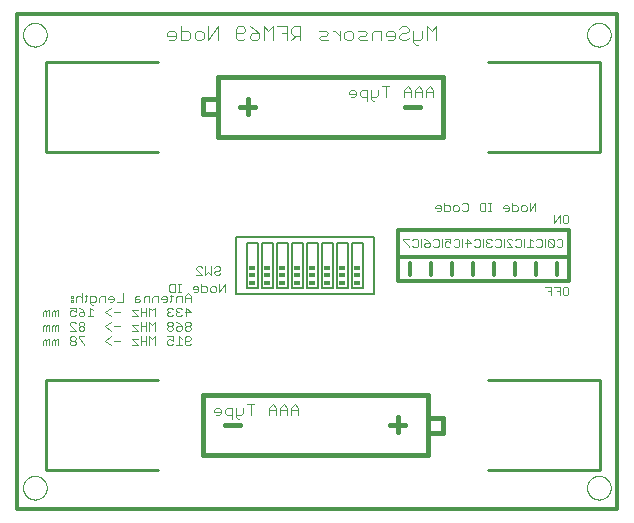
<source format=gbo>
G75*
%MOIN*%
%OFA0B0*%
%FSLAX25Y25*%
%IPPOS*%
%LPD*%
%AMOC8*
5,1,8,0,0,1.08239X$1,22.5*
%
%ADD10C,0.00000*%
%ADD11C,0.01200*%
%ADD12C,0.00400*%
%ADD13C,0.00300*%
%ADD14C,0.01000*%
%ADD15C,0.01600*%
%ADD16C,0.00800*%
%ADD17C,0.00700*%
%ADD18C,0.00600*%
%ADD19R,0.02000X0.01500*%
D10*
X0003863Y0008800D02*
X0003865Y0008925D01*
X0003871Y0009050D01*
X0003881Y0009174D01*
X0003895Y0009298D01*
X0003912Y0009422D01*
X0003934Y0009545D01*
X0003960Y0009667D01*
X0003989Y0009789D01*
X0004022Y0009909D01*
X0004060Y0010028D01*
X0004100Y0010147D01*
X0004145Y0010263D01*
X0004193Y0010378D01*
X0004245Y0010492D01*
X0004301Y0010604D01*
X0004360Y0010714D01*
X0004422Y0010822D01*
X0004488Y0010929D01*
X0004557Y0011033D01*
X0004630Y0011134D01*
X0004705Y0011234D01*
X0004784Y0011331D01*
X0004866Y0011425D01*
X0004951Y0011517D01*
X0005038Y0011606D01*
X0005129Y0011692D01*
X0005222Y0011775D01*
X0005318Y0011856D01*
X0005416Y0011933D01*
X0005516Y0012007D01*
X0005619Y0012078D01*
X0005724Y0012145D01*
X0005832Y0012210D01*
X0005941Y0012270D01*
X0006052Y0012328D01*
X0006165Y0012381D01*
X0006279Y0012431D01*
X0006395Y0012478D01*
X0006512Y0012520D01*
X0006631Y0012559D01*
X0006751Y0012595D01*
X0006872Y0012626D01*
X0006994Y0012654D01*
X0007116Y0012677D01*
X0007240Y0012697D01*
X0007364Y0012713D01*
X0007488Y0012725D01*
X0007613Y0012733D01*
X0007738Y0012737D01*
X0007862Y0012737D01*
X0007987Y0012733D01*
X0008112Y0012725D01*
X0008236Y0012713D01*
X0008360Y0012697D01*
X0008484Y0012677D01*
X0008606Y0012654D01*
X0008728Y0012626D01*
X0008849Y0012595D01*
X0008969Y0012559D01*
X0009088Y0012520D01*
X0009205Y0012478D01*
X0009321Y0012431D01*
X0009435Y0012381D01*
X0009548Y0012328D01*
X0009659Y0012270D01*
X0009769Y0012210D01*
X0009876Y0012145D01*
X0009981Y0012078D01*
X0010084Y0012007D01*
X0010184Y0011933D01*
X0010282Y0011856D01*
X0010378Y0011775D01*
X0010471Y0011692D01*
X0010562Y0011606D01*
X0010649Y0011517D01*
X0010734Y0011425D01*
X0010816Y0011331D01*
X0010895Y0011234D01*
X0010970Y0011134D01*
X0011043Y0011033D01*
X0011112Y0010929D01*
X0011178Y0010822D01*
X0011240Y0010714D01*
X0011299Y0010604D01*
X0011355Y0010492D01*
X0011407Y0010378D01*
X0011455Y0010263D01*
X0011500Y0010147D01*
X0011540Y0010028D01*
X0011578Y0009909D01*
X0011611Y0009789D01*
X0011640Y0009667D01*
X0011666Y0009545D01*
X0011688Y0009422D01*
X0011705Y0009298D01*
X0011719Y0009174D01*
X0011729Y0009050D01*
X0011735Y0008925D01*
X0011737Y0008800D01*
X0011735Y0008675D01*
X0011729Y0008550D01*
X0011719Y0008426D01*
X0011705Y0008302D01*
X0011688Y0008178D01*
X0011666Y0008055D01*
X0011640Y0007933D01*
X0011611Y0007811D01*
X0011578Y0007691D01*
X0011540Y0007572D01*
X0011500Y0007453D01*
X0011455Y0007337D01*
X0011407Y0007222D01*
X0011355Y0007108D01*
X0011299Y0006996D01*
X0011240Y0006886D01*
X0011178Y0006778D01*
X0011112Y0006671D01*
X0011043Y0006567D01*
X0010970Y0006466D01*
X0010895Y0006366D01*
X0010816Y0006269D01*
X0010734Y0006175D01*
X0010649Y0006083D01*
X0010562Y0005994D01*
X0010471Y0005908D01*
X0010378Y0005825D01*
X0010282Y0005744D01*
X0010184Y0005667D01*
X0010084Y0005593D01*
X0009981Y0005522D01*
X0009876Y0005455D01*
X0009768Y0005390D01*
X0009659Y0005330D01*
X0009548Y0005272D01*
X0009435Y0005219D01*
X0009321Y0005169D01*
X0009205Y0005122D01*
X0009088Y0005080D01*
X0008969Y0005041D01*
X0008849Y0005005D01*
X0008728Y0004974D01*
X0008606Y0004946D01*
X0008484Y0004923D01*
X0008360Y0004903D01*
X0008236Y0004887D01*
X0008112Y0004875D01*
X0007987Y0004867D01*
X0007862Y0004863D01*
X0007738Y0004863D01*
X0007613Y0004867D01*
X0007488Y0004875D01*
X0007364Y0004887D01*
X0007240Y0004903D01*
X0007116Y0004923D01*
X0006994Y0004946D01*
X0006872Y0004974D01*
X0006751Y0005005D01*
X0006631Y0005041D01*
X0006512Y0005080D01*
X0006395Y0005122D01*
X0006279Y0005169D01*
X0006165Y0005219D01*
X0006052Y0005272D01*
X0005941Y0005330D01*
X0005831Y0005390D01*
X0005724Y0005455D01*
X0005619Y0005522D01*
X0005516Y0005593D01*
X0005416Y0005667D01*
X0005318Y0005744D01*
X0005222Y0005825D01*
X0005129Y0005908D01*
X0005038Y0005994D01*
X0004951Y0006083D01*
X0004866Y0006175D01*
X0004784Y0006269D01*
X0004705Y0006366D01*
X0004630Y0006466D01*
X0004557Y0006567D01*
X0004488Y0006671D01*
X0004422Y0006778D01*
X0004360Y0006886D01*
X0004301Y0006996D01*
X0004245Y0007108D01*
X0004193Y0007222D01*
X0004145Y0007337D01*
X0004100Y0007453D01*
X0004060Y0007572D01*
X0004022Y0007691D01*
X0003989Y0007811D01*
X0003960Y0007933D01*
X0003934Y0008055D01*
X0003912Y0008178D01*
X0003895Y0008302D01*
X0003881Y0008426D01*
X0003871Y0008550D01*
X0003865Y0008675D01*
X0003863Y0008800D01*
X0003863Y0159800D02*
X0003865Y0159925D01*
X0003871Y0160050D01*
X0003881Y0160174D01*
X0003895Y0160298D01*
X0003912Y0160422D01*
X0003934Y0160545D01*
X0003960Y0160667D01*
X0003989Y0160789D01*
X0004022Y0160909D01*
X0004060Y0161028D01*
X0004100Y0161147D01*
X0004145Y0161263D01*
X0004193Y0161378D01*
X0004245Y0161492D01*
X0004301Y0161604D01*
X0004360Y0161714D01*
X0004422Y0161822D01*
X0004488Y0161929D01*
X0004557Y0162033D01*
X0004630Y0162134D01*
X0004705Y0162234D01*
X0004784Y0162331D01*
X0004866Y0162425D01*
X0004951Y0162517D01*
X0005038Y0162606D01*
X0005129Y0162692D01*
X0005222Y0162775D01*
X0005318Y0162856D01*
X0005416Y0162933D01*
X0005516Y0163007D01*
X0005619Y0163078D01*
X0005724Y0163145D01*
X0005832Y0163210D01*
X0005941Y0163270D01*
X0006052Y0163328D01*
X0006165Y0163381D01*
X0006279Y0163431D01*
X0006395Y0163478D01*
X0006512Y0163520D01*
X0006631Y0163559D01*
X0006751Y0163595D01*
X0006872Y0163626D01*
X0006994Y0163654D01*
X0007116Y0163677D01*
X0007240Y0163697D01*
X0007364Y0163713D01*
X0007488Y0163725D01*
X0007613Y0163733D01*
X0007738Y0163737D01*
X0007862Y0163737D01*
X0007987Y0163733D01*
X0008112Y0163725D01*
X0008236Y0163713D01*
X0008360Y0163697D01*
X0008484Y0163677D01*
X0008606Y0163654D01*
X0008728Y0163626D01*
X0008849Y0163595D01*
X0008969Y0163559D01*
X0009088Y0163520D01*
X0009205Y0163478D01*
X0009321Y0163431D01*
X0009435Y0163381D01*
X0009548Y0163328D01*
X0009659Y0163270D01*
X0009769Y0163210D01*
X0009876Y0163145D01*
X0009981Y0163078D01*
X0010084Y0163007D01*
X0010184Y0162933D01*
X0010282Y0162856D01*
X0010378Y0162775D01*
X0010471Y0162692D01*
X0010562Y0162606D01*
X0010649Y0162517D01*
X0010734Y0162425D01*
X0010816Y0162331D01*
X0010895Y0162234D01*
X0010970Y0162134D01*
X0011043Y0162033D01*
X0011112Y0161929D01*
X0011178Y0161822D01*
X0011240Y0161714D01*
X0011299Y0161604D01*
X0011355Y0161492D01*
X0011407Y0161378D01*
X0011455Y0161263D01*
X0011500Y0161147D01*
X0011540Y0161028D01*
X0011578Y0160909D01*
X0011611Y0160789D01*
X0011640Y0160667D01*
X0011666Y0160545D01*
X0011688Y0160422D01*
X0011705Y0160298D01*
X0011719Y0160174D01*
X0011729Y0160050D01*
X0011735Y0159925D01*
X0011737Y0159800D01*
X0011735Y0159675D01*
X0011729Y0159550D01*
X0011719Y0159426D01*
X0011705Y0159302D01*
X0011688Y0159178D01*
X0011666Y0159055D01*
X0011640Y0158933D01*
X0011611Y0158811D01*
X0011578Y0158691D01*
X0011540Y0158572D01*
X0011500Y0158453D01*
X0011455Y0158337D01*
X0011407Y0158222D01*
X0011355Y0158108D01*
X0011299Y0157996D01*
X0011240Y0157886D01*
X0011178Y0157778D01*
X0011112Y0157671D01*
X0011043Y0157567D01*
X0010970Y0157466D01*
X0010895Y0157366D01*
X0010816Y0157269D01*
X0010734Y0157175D01*
X0010649Y0157083D01*
X0010562Y0156994D01*
X0010471Y0156908D01*
X0010378Y0156825D01*
X0010282Y0156744D01*
X0010184Y0156667D01*
X0010084Y0156593D01*
X0009981Y0156522D01*
X0009876Y0156455D01*
X0009768Y0156390D01*
X0009659Y0156330D01*
X0009548Y0156272D01*
X0009435Y0156219D01*
X0009321Y0156169D01*
X0009205Y0156122D01*
X0009088Y0156080D01*
X0008969Y0156041D01*
X0008849Y0156005D01*
X0008728Y0155974D01*
X0008606Y0155946D01*
X0008484Y0155923D01*
X0008360Y0155903D01*
X0008236Y0155887D01*
X0008112Y0155875D01*
X0007987Y0155867D01*
X0007862Y0155863D01*
X0007738Y0155863D01*
X0007613Y0155867D01*
X0007488Y0155875D01*
X0007364Y0155887D01*
X0007240Y0155903D01*
X0007116Y0155923D01*
X0006994Y0155946D01*
X0006872Y0155974D01*
X0006751Y0156005D01*
X0006631Y0156041D01*
X0006512Y0156080D01*
X0006395Y0156122D01*
X0006279Y0156169D01*
X0006165Y0156219D01*
X0006052Y0156272D01*
X0005941Y0156330D01*
X0005831Y0156390D01*
X0005724Y0156455D01*
X0005619Y0156522D01*
X0005516Y0156593D01*
X0005416Y0156667D01*
X0005318Y0156744D01*
X0005222Y0156825D01*
X0005129Y0156908D01*
X0005038Y0156994D01*
X0004951Y0157083D01*
X0004866Y0157175D01*
X0004784Y0157269D01*
X0004705Y0157366D01*
X0004630Y0157466D01*
X0004557Y0157567D01*
X0004488Y0157671D01*
X0004422Y0157778D01*
X0004360Y0157886D01*
X0004301Y0157996D01*
X0004245Y0158108D01*
X0004193Y0158222D01*
X0004145Y0158337D01*
X0004100Y0158453D01*
X0004060Y0158572D01*
X0004022Y0158691D01*
X0003989Y0158811D01*
X0003960Y0158933D01*
X0003934Y0159055D01*
X0003912Y0159178D01*
X0003895Y0159302D01*
X0003881Y0159426D01*
X0003871Y0159550D01*
X0003865Y0159675D01*
X0003863Y0159800D01*
X0191863Y0159800D02*
X0191865Y0159925D01*
X0191871Y0160050D01*
X0191881Y0160174D01*
X0191895Y0160298D01*
X0191912Y0160422D01*
X0191934Y0160545D01*
X0191960Y0160667D01*
X0191989Y0160789D01*
X0192022Y0160909D01*
X0192060Y0161028D01*
X0192100Y0161147D01*
X0192145Y0161263D01*
X0192193Y0161378D01*
X0192245Y0161492D01*
X0192301Y0161604D01*
X0192360Y0161714D01*
X0192422Y0161822D01*
X0192488Y0161929D01*
X0192557Y0162033D01*
X0192630Y0162134D01*
X0192705Y0162234D01*
X0192784Y0162331D01*
X0192866Y0162425D01*
X0192951Y0162517D01*
X0193038Y0162606D01*
X0193129Y0162692D01*
X0193222Y0162775D01*
X0193318Y0162856D01*
X0193416Y0162933D01*
X0193516Y0163007D01*
X0193619Y0163078D01*
X0193724Y0163145D01*
X0193832Y0163210D01*
X0193941Y0163270D01*
X0194052Y0163328D01*
X0194165Y0163381D01*
X0194279Y0163431D01*
X0194395Y0163478D01*
X0194512Y0163520D01*
X0194631Y0163559D01*
X0194751Y0163595D01*
X0194872Y0163626D01*
X0194994Y0163654D01*
X0195116Y0163677D01*
X0195240Y0163697D01*
X0195364Y0163713D01*
X0195488Y0163725D01*
X0195613Y0163733D01*
X0195738Y0163737D01*
X0195862Y0163737D01*
X0195987Y0163733D01*
X0196112Y0163725D01*
X0196236Y0163713D01*
X0196360Y0163697D01*
X0196484Y0163677D01*
X0196606Y0163654D01*
X0196728Y0163626D01*
X0196849Y0163595D01*
X0196969Y0163559D01*
X0197088Y0163520D01*
X0197205Y0163478D01*
X0197321Y0163431D01*
X0197435Y0163381D01*
X0197548Y0163328D01*
X0197659Y0163270D01*
X0197769Y0163210D01*
X0197876Y0163145D01*
X0197981Y0163078D01*
X0198084Y0163007D01*
X0198184Y0162933D01*
X0198282Y0162856D01*
X0198378Y0162775D01*
X0198471Y0162692D01*
X0198562Y0162606D01*
X0198649Y0162517D01*
X0198734Y0162425D01*
X0198816Y0162331D01*
X0198895Y0162234D01*
X0198970Y0162134D01*
X0199043Y0162033D01*
X0199112Y0161929D01*
X0199178Y0161822D01*
X0199240Y0161714D01*
X0199299Y0161604D01*
X0199355Y0161492D01*
X0199407Y0161378D01*
X0199455Y0161263D01*
X0199500Y0161147D01*
X0199540Y0161028D01*
X0199578Y0160909D01*
X0199611Y0160789D01*
X0199640Y0160667D01*
X0199666Y0160545D01*
X0199688Y0160422D01*
X0199705Y0160298D01*
X0199719Y0160174D01*
X0199729Y0160050D01*
X0199735Y0159925D01*
X0199737Y0159800D01*
X0199735Y0159675D01*
X0199729Y0159550D01*
X0199719Y0159426D01*
X0199705Y0159302D01*
X0199688Y0159178D01*
X0199666Y0159055D01*
X0199640Y0158933D01*
X0199611Y0158811D01*
X0199578Y0158691D01*
X0199540Y0158572D01*
X0199500Y0158453D01*
X0199455Y0158337D01*
X0199407Y0158222D01*
X0199355Y0158108D01*
X0199299Y0157996D01*
X0199240Y0157886D01*
X0199178Y0157778D01*
X0199112Y0157671D01*
X0199043Y0157567D01*
X0198970Y0157466D01*
X0198895Y0157366D01*
X0198816Y0157269D01*
X0198734Y0157175D01*
X0198649Y0157083D01*
X0198562Y0156994D01*
X0198471Y0156908D01*
X0198378Y0156825D01*
X0198282Y0156744D01*
X0198184Y0156667D01*
X0198084Y0156593D01*
X0197981Y0156522D01*
X0197876Y0156455D01*
X0197768Y0156390D01*
X0197659Y0156330D01*
X0197548Y0156272D01*
X0197435Y0156219D01*
X0197321Y0156169D01*
X0197205Y0156122D01*
X0197088Y0156080D01*
X0196969Y0156041D01*
X0196849Y0156005D01*
X0196728Y0155974D01*
X0196606Y0155946D01*
X0196484Y0155923D01*
X0196360Y0155903D01*
X0196236Y0155887D01*
X0196112Y0155875D01*
X0195987Y0155867D01*
X0195862Y0155863D01*
X0195738Y0155863D01*
X0195613Y0155867D01*
X0195488Y0155875D01*
X0195364Y0155887D01*
X0195240Y0155903D01*
X0195116Y0155923D01*
X0194994Y0155946D01*
X0194872Y0155974D01*
X0194751Y0156005D01*
X0194631Y0156041D01*
X0194512Y0156080D01*
X0194395Y0156122D01*
X0194279Y0156169D01*
X0194165Y0156219D01*
X0194052Y0156272D01*
X0193941Y0156330D01*
X0193831Y0156390D01*
X0193724Y0156455D01*
X0193619Y0156522D01*
X0193516Y0156593D01*
X0193416Y0156667D01*
X0193318Y0156744D01*
X0193222Y0156825D01*
X0193129Y0156908D01*
X0193038Y0156994D01*
X0192951Y0157083D01*
X0192866Y0157175D01*
X0192784Y0157269D01*
X0192705Y0157366D01*
X0192630Y0157466D01*
X0192557Y0157567D01*
X0192488Y0157671D01*
X0192422Y0157778D01*
X0192360Y0157886D01*
X0192301Y0157996D01*
X0192245Y0158108D01*
X0192193Y0158222D01*
X0192145Y0158337D01*
X0192100Y0158453D01*
X0192060Y0158572D01*
X0192022Y0158691D01*
X0191989Y0158811D01*
X0191960Y0158933D01*
X0191934Y0159055D01*
X0191912Y0159178D01*
X0191895Y0159302D01*
X0191881Y0159426D01*
X0191871Y0159550D01*
X0191865Y0159675D01*
X0191863Y0159800D01*
X0191863Y0008800D02*
X0191865Y0008925D01*
X0191871Y0009050D01*
X0191881Y0009174D01*
X0191895Y0009298D01*
X0191912Y0009422D01*
X0191934Y0009545D01*
X0191960Y0009667D01*
X0191989Y0009789D01*
X0192022Y0009909D01*
X0192060Y0010028D01*
X0192100Y0010147D01*
X0192145Y0010263D01*
X0192193Y0010378D01*
X0192245Y0010492D01*
X0192301Y0010604D01*
X0192360Y0010714D01*
X0192422Y0010822D01*
X0192488Y0010929D01*
X0192557Y0011033D01*
X0192630Y0011134D01*
X0192705Y0011234D01*
X0192784Y0011331D01*
X0192866Y0011425D01*
X0192951Y0011517D01*
X0193038Y0011606D01*
X0193129Y0011692D01*
X0193222Y0011775D01*
X0193318Y0011856D01*
X0193416Y0011933D01*
X0193516Y0012007D01*
X0193619Y0012078D01*
X0193724Y0012145D01*
X0193832Y0012210D01*
X0193941Y0012270D01*
X0194052Y0012328D01*
X0194165Y0012381D01*
X0194279Y0012431D01*
X0194395Y0012478D01*
X0194512Y0012520D01*
X0194631Y0012559D01*
X0194751Y0012595D01*
X0194872Y0012626D01*
X0194994Y0012654D01*
X0195116Y0012677D01*
X0195240Y0012697D01*
X0195364Y0012713D01*
X0195488Y0012725D01*
X0195613Y0012733D01*
X0195738Y0012737D01*
X0195862Y0012737D01*
X0195987Y0012733D01*
X0196112Y0012725D01*
X0196236Y0012713D01*
X0196360Y0012697D01*
X0196484Y0012677D01*
X0196606Y0012654D01*
X0196728Y0012626D01*
X0196849Y0012595D01*
X0196969Y0012559D01*
X0197088Y0012520D01*
X0197205Y0012478D01*
X0197321Y0012431D01*
X0197435Y0012381D01*
X0197548Y0012328D01*
X0197659Y0012270D01*
X0197769Y0012210D01*
X0197876Y0012145D01*
X0197981Y0012078D01*
X0198084Y0012007D01*
X0198184Y0011933D01*
X0198282Y0011856D01*
X0198378Y0011775D01*
X0198471Y0011692D01*
X0198562Y0011606D01*
X0198649Y0011517D01*
X0198734Y0011425D01*
X0198816Y0011331D01*
X0198895Y0011234D01*
X0198970Y0011134D01*
X0199043Y0011033D01*
X0199112Y0010929D01*
X0199178Y0010822D01*
X0199240Y0010714D01*
X0199299Y0010604D01*
X0199355Y0010492D01*
X0199407Y0010378D01*
X0199455Y0010263D01*
X0199500Y0010147D01*
X0199540Y0010028D01*
X0199578Y0009909D01*
X0199611Y0009789D01*
X0199640Y0009667D01*
X0199666Y0009545D01*
X0199688Y0009422D01*
X0199705Y0009298D01*
X0199719Y0009174D01*
X0199729Y0009050D01*
X0199735Y0008925D01*
X0199737Y0008800D01*
X0199735Y0008675D01*
X0199729Y0008550D01*
X0199719Y0008426D01*
X0199705Y0008302D01*
X0199688Y0008178D01*
X0199666Y0008055D01*
X0199640Y0007933D01*
X0199611Y0007811D01*
X0199578Y0007691D01*
X0199540Y0007572D01*
X0199500Y0007453D01*
X0199455Y0007337D01*
X0199407Y0007222D01*
X0199355Y0007108D01*
X0199299Y0006996D01*
X0199240Y0006886D01*
X0199178Y0006778D01*
X0199112Y0006671D01*
X0199043Y0006567D01*
X0198970Y0006466D01*
X0198895Y0006366D01*
X0198816Y0006269D01*
X0198734Y0006175D01*
X0198649Y0006083D01*
X0198562Y0005994D01*
X0198471Y0005908D01*
X0198378Y0005825D01*
X0198282Y0005744D01*
X0198184Y0005667D01*
X0198084Y0005593D01*
X0197981Y0005522D01*
X0197876Y0005455D01*
X0197768Y0005390D01*
X0197659Y0005330D01*
X0197548Y0005272D01*
X0197435Y0005219D01*
X0197321Y0005169D01*
X0197205Y0005122D01*
X0197088Y0005080D01*
X0196969Y0005041D01*
X0196849Y0005005D01*
X0196728Y0004974D01*
X0196606Y0004946D01*
X0196484Y0004923D01*
X0196360Y0004903D01*
X0196236Y0004887D01*
X0196112Y0004875D01*
X0195987Y0004867D01*
X0195862Y0004863D01*
X0195738Y0004863D01*
X0195613Y0004867D01*
X0195488Y0004875D01*
X0195364Y0004887D01*
X0195240Y0004903D01*
X0195116Y0004923D01*
X0194994Y0004946D01*
X0194872Y0004974D01*
X0194751Y0005005D01*
X0194631Y0005041D01*
X0194512Y0005080D01*
X0194395Y0005122D01*
X0194279Y0005169D01*
X0194165Y0005219D01*
X0194052Y0005272D01*
X0193941Y0005330D01*
X0193831Y0005390D01*
X0193724Y0005455D01*
X0193619Y0005522D01*
X0193516Y0005593D01*
X0193416Y0005667D01*
X0193318Y0005744D01*
X0193222Y0005825D01*
X0193129Y0005908D01*
X0193038Y0005994D01*
X0192951Y0006083D01*
X0192866Y0006175D01*
X0192784Y0006269D01*
X0192705Y0006366D01*
X0192630Y0006466D01*
X0192557Y0006567D01*
X0192488Y0006671D01*
X0192422Y0006778D01*
X0192360Y0006886D01*
X0192301Y0006996D01*
X0192245Y0007108D01*
X0192193Y0007222D01*
X0192145Y0007337D01*
X0192100Y0007453D01*
X0192060Y0007572D01*
X0192022Y0007691D01*
X0191989Y0007811D01*
X0191960Y0007933D01*
X0191934Y0008055D01*
X0191912Y0008178D01*
X0191895Y0008302D01*
X0191881Y0008426D01*
X0191871Y0008550D01*
X0191865Y0008675D01*
X0191863Y0008800D01*
D11*
X0001800Y0001800D02*
X0001800Y0166800D01*
X0201800Y0166800D01*
X0201800Y0001800D01*
X0001800Y0001800D01*
X0128800Y0077800D02*
X0128800Y0085800D01*
X0185800Y0085800D01*
X0185800Y0077800D01*
X0128800Y0077800D01*
X0132800Y0079800D02*
X0132800Y0083800D01*
X0128800Y0085800D02*
X0128800Y0094800D01*
X0185800Y0094800D01*
X0185800Y0085800D01*
X0181800Y0083800D02*
X0181800Y0079800D01*
X0174800Y0079800D02*
X0174800Y0083800D01*
X0167800Y0083800D02*
X0167800Y0079800D01*
X0160800Y0079800D02*
X0160800Y0083800D01*
X0153800Y0083800D02*
X0153800Y0079800D01*
X0146800Y0079800D02*
X0146800Y0083800D01*
X0139800Y0083800D02*
X0139800Y0079800D01*
D12*
X0135461Y0156465D02*
X0134694Y0156465D01*
X0133927Y0157233D01*
X0133927Y0161069D01*
X0132392Y0161069D02*
X0131625Y0160302D01*
X0130090Y0160302D01*
X0129323Y0159535D01*
X0129323Y0158767D01*
X0130090Y0158000D01*
X0131625Y0158000D01*
X0132392Y0158767D01*
X0133927Y0158000D02*
X0136229Y0158000D01*
X0136996Y0158767D01*
X0136996Y0161069D01*
X0138531Y0162604D02*
X0138531Y0158000D01*
X0141600Y0158000D02*
X0141600Y0162604D01*
X0140065Y0161069D01*
X0138531Y0162604D01*
X0132392Y0161837D02*
X0132392Y0161069D01*
X0132392Y0161837D02*
X0131625Y0162604D01*
X0130090Y0162604D01*
X0129323Y0161837D01*
X0127788Y0160302D02*
X0127788Y0158767D01*
X0127021Y0158000D01*
X0125486Y0158000D01*
X0124719Y0159535D02*
X0127788Y0159535D01*
X0127788Y0160302D02*
X0127021Y0161069D01*
X0125486Y0161069D01*
X0124719Y0160302D01*
X0124719Y0159535D01*
X0123184Y0158000D02*
X0123184Y0161069D01*
X0120882Y0161069D01*
X0120115Y0160302D01*
X0120115Y0158000D01*
X0118580Y0158000D02*
X0116278Y0158000D01*
X0115511Y0158767D01*
X0116278Y0159535D01*
X0117813Y0159535D01*
X0118580Y0160302D01*
X0117813Y0161069D01*
X0115511Y0161069D01*
X0113976Y0160302D02*
X0113976Y0158767D01*
X0113209Y0158000D01*
X0111674Y0158000D01*
X0110907Y0158767D01*
X0110907Y0160302D01*
X0111674Y0161069D01*
X0113209Y0161069D01*
X0113976Y0160302D01*
X0109373Y0161069D02*
X0109373Y0158000D01*
X0109373Y0159535D02*
X0107838Y0161069D01*
X0107071Y0161069D01*
X0105536Y0160302D02*
X0104769Y0159535D01*
X0103234Y0159535D01*
X0102467Y0158767D01*
X0103234Y0158000D01*
X0105536Y0158000D01*
X0105536Y0160302D02*
X0104769Y0161069D01*
X0102467Y0161069D01*
X0096328Y0159535D02*
X0094026Y0159535D01*
X0093259Y0160302D01*
X0093259Y0161837D01*
X0094026Y0162604D01*
X0096328Y0162604D01*
X0096328Y0158000D01*
X0094793Y0159535D02*
X0093259Y0158000D01*
X0091724Y0158000D02*
X0091724Y0162604D01*
X0088655Y0162604D01*
X0087120Y0162604D02*
X0085586Y0161069D01*
X0084051Y0162604D01*
X0084051Y0158000D01*
X0082516Y0158767D02*
X0081749Y0158000D01*
X0080214Y0158000D01*
X0079447Y0158767D01*
X0079447Y0159535D01*
X0080214Y0160302D01*
X0082516Y0160302D01*
X0082516Y0158767D01*
X0082516Y0160302D02*
X0080982Y0161837D01*
X0079447Y0162604D01*
X0077912Y0161837D02*
X0077912Y0161069D01*
X0077145Y0160302D01*
X0074843Y0160302D01*
X0074843Y0161837D02*
X0075610Y0162604D01*
X0077145Y0162604D01*
X0077912Y0161837D01*
X0077912Y0158767D02*
X0077145Y0158000D01*
X0075610Y0158000D01*
X0074843Y0158767D01*
X0074843Y0161837D01*
X0068705Y0162604D02*
X0068705Y0158000D01*
X0065635Y0158000D02*
X0065635Y0162604D01*
X0063333Y0161069D02*
X0064101Y0160302D01*
X0064101Y0158767D01*
X0063333Y0158000D01*
X0061799Y0158000D01*
X0061031Y0158767D01*
X0061031Y0160302D01*
X0061799Y0161069D01*
X0063333Y0161069D01*
X0065635Y0158000D02*
X0068705Y0162604D01*
X0059497Y0160302D02*
X0059497Y0158767D01*
X0058729Y0158000D01*
X0056427Y0158000D01*
X0056427Y0162604D01*
X0056427Y0161069D02*
X0058729Y0161069D01*
X0059497Y0160302D01*
X0054893Y0160302D02*
X0054893Y0158767D01*
X0054125Y0158000D01*
X0052591Y0158000D01*
X0051823Y0159535D02*
X0054893Y0159535D01*
X0054893Y0160302D02*
X0054125Y0161069D01*
X0052591Y0161069D01*
X0051823Y0160302D01*
X0051823Y0159535D01*
X0087120Y0158000D02*
X0087120Y0162604D01*
X0090190Y0160302D02*
X0091724Y0160302D01*
D13*
X0112399Y0140802D02*
X0112399Y0140184D01*
X0114868Y0140184D01*
X0114868Y0139567D02*
X0114868Y0140802D01*
X0114251Y0141419D01*
X0113016Y0141419D01*
X0112399Y0140802D01*
X0113016Y0138950D02*
X0114251Y0138950D01*
X0114868Y0139567D01*
X0116082Y0139567D02*
X0116082Y0140802D01*
X0116700Y0141419D01*
X0118551Y0141419D01*
X0118551Y0137716D01*
X0118551Y0138950D02*
X0116700Y0138950D01*
X0116082Y0139567D01*
X0119766Y0138950D02*
X0121617Y0138950D01*
X0122234Y0139567D01*
X0122234Y0141419D01*
X0123449Y0142653D02*
X0125917Y0142653D01*
X0124683Y0142653D02*
X0124683Y0138950D01*
X0121000Y0137716D02*
X0120383Y0137716D01*
X0119766Y0138333D01*
X0119766Y0141419D01*
X0130815Y0141419D02*
X0130815Y0138950D01*
X0130815Y0140802D02*
X0133284Y0140802D01*
X0133284Y0141419D02*
X0132049Y0142653D01*
X0130815Y0141419D01*
X0133284Y0141419D02*
X0133284Y0138950D01*
X0134498Y0138950D02*
X0134498Y0141419D01*
X0135732Y0142653D01*
X0136967Y0141419D01*
X0136967Y0138950D01*
X0138181Y0138950D02*
X0138181Y0141419D01*
X0139416Y0142653D01*
X0140650Y0141419D01*
X0140650Y0138950D01*
X0140650Y0140802D02*
X0138181Y0140802D01*
X0136967Y0140802D02*
X0134498Y0140802D01*
X0144232Y0103852D02*
X0144232Y0100950D01*
X0145683Y0100950D01*
X0146167Y0101434D01*
X0146167Y0102401D01*
X0145683Y0102885D01*
X0144232Y0102885D01*
X0143220Y0102401D02*
X0142737Y0102885D01*
X0141769Y0102885D01*
X0141285Y0102401D01*
X0141285Y0101917D01*
X0143220Y0101917D01*
X0143220Y0101434D02*
X0143220Y0102401D01*
X0143220Y0101434D02*
X0142737Y0100950D01*
X0141769Y0100950D01*
X0147179Y0101434D02*
X0147662Y0100950D01*
X0148630Y0100950D01*
X0149114Y0101434D01*
X0149114Y0102401D01*
X0148630Y0102885D01*
X0147662Y0102885D01*
X0147179Y0102401D01*
X0147179Y0101434D01*
X0150125Y0101434D02*
X0150609Y0100950D01*
X0151576Y0100950D01*
X0152060Y0101434D01*
X0152060Y0103369D01*
X0151576Y0103852D01*
X0150609Y0103852D01*
X0150125Y0103369D01*
X0156018Y0103369D02*
X0156018Y0101434D01*
X0156502Y0100950D01*
X0157953Y0100950D01*
X0157953Y0103852D01*
X0156502Y0103852D01*
X0156018Y0103369D01*
X0158950Y0103852D02*
X0159917Y0103852D01*
X0159434Y0103852D02*
X0159434Y0100950D01*
X0159917Y0100950D02*
X0158950Y0100950D01*
X0163875Y0101917D02*
X0165810Y0101917D01*
X0165810Y0101434D02*
X0165810Y0102401D01*
X0165327Y0102885D01*
X0164359Y0102885D01*
X0163875Y0102401D01*
X0163875Y0101917D01*
X0164359Y0100950D02*
X0165327Y0100950D01*
X0165810Y0101434D01*
X0166822Y0100950D02*
X0168273Y0100950D01*
X0168757Y0101434D01*
X0168757Y0102401D01*
X0168273Y0102885D01*
X0166822Y0102885D01*
X0166822Y0103852D02*
X0166822Y0100950D01*
X0169769Y0101434D02*
X0170252Y0100950D01*
X0171220Y0100950D01*
X0171703Y0101434D01*
X0171703Y0102401D01*
X0171220Y0102885D01*
X0170252Y0102885D01*
X0169769Y0102401D01*
X0169769Y0101434D01*
X0172715Y0100950D02*
X0172715Y0103852D01*
X0174650Y0103852D02*
X0172715Y0100950D01*
X0174650Y0100950D02*
X0174650Y0103852D01*
X0180769Y0099852D02*
X0180769Y0096950D01*
X0182703Y0099852D01*
X0182703Y0096950D01*
X0183715Y0097434D02*
X0183715Y0099369D01*
X0184199Y0099852D01*
X0185166Y0099852D01*
X0185650Y0099369D01*
X0185650Y0097434D01*
X0185166Y0096950D01*
X0184199Y0096950D01*
X0183715Y0097434D01*
X0183166Y0091852D02*
X0183650Y0091369D01*
X0183650Y0089434D01*
X0183166Y0088950D01*
X0182199Y0088950D01*
X0181715Y0089434D01*
X0180703Y0089434D02*
X0180220Y0088950D01*
X0179252Y0088950D01*
X0178769Y0089434D01*
X0178769Y0091369D01*
X0180703Y0089434D01*
X0180703Y0091369D01*
X0180220Y0091852D01*
X0179252Y0091852D01*
X0178769Y0091369D01*
X0177757Y0091852D02*
X0177757Y0088950D01*
X0176775Y0089434D02*
X0176291Y0088950D01*
X0175324Y0088950D01*
X0174840Y0089434D01*
X0173828Y0088950D02*
X0171893Y0088950D01*
X0172861Y0088950D02*
X0172861Y0091852D01*
X0173828Y0090885D01*
X0174840Y0091369D02*
X0175324Y0091852D01*
X0176291Y0091852D01*
X0176775Y0091369D01*
X0176775Y0089434D01*
X0181715Y0091369D02*
X0182199Y0091852D01*
X0183166Y0091852D01*
X0170882Y0091852D02*
X0170882Y0088950D01*
X0169900Y0089434D02*
X0169416Y0088950D01*
X0168448Y0088950D01*
X0167965Y0089434D01*
X0166953Y0088950D02*
X0165018Y0088950D01*
X0164007Y0088950D02*
X0164007Y0091852D01*
X0163024Y0091369D02*
X0163024Y0089434D01*
X0162541Y0088950D01*
X0161573Y0088950D01*
X0161089Y0089434D01*
X0160078Y0089434D02*
X0159594Y0088950D01*
X0158627Y0088950D01*
X0158143Y0089434D01*
X0158143Y0089917D01*
X0158627Y0090401D01*
X0159110Y0090401D01*
X0158627Y0090401D02*
X0158143Y0090885D01*
X0158143Y0091369D01*
X0158627Y0091852D01*
X0159594Y0091852D01*
X0160078Y0091369D01*
X0161089Y0091369D02*
X0161573Y0091852D01*
X0162541Y0091852D01*
X0163024Y0091369D01*
X0165018Y0091369D02*
X0165018Y0090885D01*
X0166953Y0088950D01*
X0169900Y0089434D02*
X0169900Y0091369D01*
X0169416Y0091852D01*
X0168448Y0091852D01*
X0167965Y0091369D01*
X0166953Y0091369D02*
X0166469Y0091852D01*
X0165502Y0091852D01*
X0165018Y0091369D01*
X0157131Y0091852D02*
X0157131Y0088950D01*
X0156149Y0089434D02*
X0155665Y0088950D01*
X0154698Y0088950D01*
X0154214Y0089434D01*
X0153203Y0090401D02*
X0151268Y0090401D01*
X0151751Y0088950D02*
X0151751Y0091852D01*
X0153203Y0090401D01*
X0154214Y0091369D02*
X0154698Y0091852D01*
X0155665Y0091852D01*
X0156149Y0091369D01*
X0156149Y0089434D01*
X0150256Y0088950D02*
X0150256Y0091852D01*
X0149274Y0091369D02*
X0149274Y0089434D01*
X0148790Y0088950D01*
X0147823Y0088950D01*
X0147339Y0089434D01*
X0146327Y0089434D02*
X0145844Y0088950D01*
X0144876Y0088950D01*
X0144392Y0089434D01*
X0144392Y0090401D01*
X0144876Y0090885D01*
X0145360Y0090885D01*
X0146327Y0090401D01*
X0146327Y0091852D01*
X0144392Y0091852D01*
X0143381Y0091852D02*
X0143381Y0088950D01*
X0142399Y0089434D02*
X0141915Y0088950D01*
X0140948Y0088950D01*
X0140464Y0089434D01*
X0139452Y0089434D02*
X0138968Y0088950D01*
X0138001Y0088950D01*
X0137517Y0089434D01*
X0137517Y0089917D01*
X0138001Y0090401D01*
X0139452Y0090401D01*
X0139452Y0089434D01*
X0139452Y0090401D02*
X0138485Y0091369D01*
X0137517Y0091852D01*
X0136506Y0091852D02*
X0136506Y0088950D01*
X0135524Y0089434D02*
X0135040Y0088950D01*
X0134072Y0088950D01*
X0133589Y0089434D01*
X0132577Y0089434D02*
X0132577Y0088950D01*
X0132577Y0089434D02*
X0130642Y0091369D01*
X0130642Y0091852D01*
X0132577Y0091852D01*
X0133589Y0091369D02*
X0134072Y0091852D01*
X0135040Y0091852D01*
X0135524Y0091369D01*
X0135524Y0089434D01*
X0140464Y0091369D02*
X0140948Y0091852D01*
X0141915Y0091852D01*
X0142399Y0091369D01*
X0142399Y0089434D01*
X0147339Y0091369D02*
X0147823Y0091852D01*
X0148790Y0091852D01*
X0149274Y0091369D01*
X0177822Y0075852D02*
X0179757Y0075852D01*
X0179757Y0072950D01*
X0179757Y0074401D02*
X0178789Y0074401D01*
X0180769Y0075852D02*
X0182703Y0075852D01*
X0182703Y0072950D01*
X0183715Y0073434D02*
X0183715Y0075369D01*
X0184199Y0075852D01*
X0185166Y0075852D01*
X0185650Y0075369D01*
X0185650Y0073434D01*
X0185166Y0072950D01*
X0184199Y0072950D01*
X0183715Y0073434D01*
X0182703Y0074401D02*
X0181736Y0074401D01*
X0095650Y0035419D02*
X0095650Y0032950D01*
X0095650Y0034802D02*
X0093181Y0034802D01*
X0093181Y0035419D02*
X0093181Y0032950D01*
X0091967Y0032950D02*
X0091967Y0035419D01*
X0090732Y0036653D01*
X0089498Y0035419D01*
X0089498Y0032950D01*
X0088284Y0032950D02*
X0088284Y0035419D01*
X0087049Y0036653D01*
X0085815Y0035419D01*
X0085815Y0032950D01*
X0085815Y0034802D02*
X0088284Y0034802D01*
X0089498Y0034802D02*
X0091967Y0034802D01*
X0093181Y0035419D02*
X0094416Y0036653D01*
X0095650Y0035419D01*
X0080917Y0036653D02*
X0078449Y0036653D01*
X0079683Y0036653D02*
X0079683Y0032950D01*
X0077234Y0033567D02*
X0077234Y0035419D01*
X0074766Y0035419D02*
X0074766Y0032333D01*
X0075383Y0031716D01*
X0076000Y0031716D01*
X0076617Y0032950D02*
X0074766Y0032950D01*
X0073551Y0032950D02*
X0071700Y0032950D01*
X0071082Y0033567D01*
X0071082Y0034802D01*
X0071700Y0035419D01*
X0073551Y0035419D01*
X0073551Y0031716D01*
X0076617Y0032950D02*
X0077234Y0033567D01*
X0069868Y0033567D02*
X0069868Y0034802D01*
X0069251Y0035419D01*
X0068016Y0035419D01*
X0067399Y0034802D01*
X0067399Y0034184D01*
X0069868Y0034184D01*
X0069868Y0033567D02*
X0069251Y0032950D01*
X0068016Y0032950D01*
X0059204Y0056350D02*
X0058236Y0056350D01*
X0057752Y0056834D01*
X0057752Y0058769D01*
X0058236Y0059252D01*
X0059204Y0059252D01*
X0059687Y0058769D01*
X0059687Y0058285D01*
X0059204Y0057801D01*
X0057752Y0057801D01*
X0056741Y0058285D02*
X0055773Y0059252D01*
X0055773Y0056350D01*
X0054806Y0056350D02*
X0056741Y0056350D01*
X0053794Y0056834D02*
X0053311Y0056350D01*
X0052343Y0056350D01*
X0051859Y0056834D01*
X0051859Y0057801D01*
X0052343Y0058285D01*
X0052827Y0058285D01*
X0053794Y0057801D01*
X0053794Y0059252D01*
X0051859Y0059252D01*
X0052343Y0061150D02*
X0053311Y0061150D01*
X0053794Y0061634D01*
X0053794Y0062117D01*
X0053311Y0062601D01*
X0052343Y0062601D01*
X0051859Y0062117D01*
X0051859Y0061634D01*
X0052343Y0061150D01*
X0052343Y0062601D02*
X0051859Y0063085D01*
X0051859Y0063569D01*
X0052343Y0064052D01*
X0053311Y0064052D01*
X0053794Y0063569D01*
X0053794Y0063085D01*
X0053311Y0062601D01*
X0054806Y0062117D02*
X0055290Y0062601D01*
X0056741Y0062601D01*
X0056741Y0061634D01*
X0056257Y0061150D01*
X0055290Y0061150D01*
X0054806Y0061634D01*
X0054806Y0062117D01*
X0055773Y0063569D02*
X0054806Y0064052D01*
X0055773Y0063569D02*
X0056741Y0062601D01*
X0057752Y0062117D02*
X0057752Y0061634D01*
X0058236Y0061150D01*
X0059204Y0061150D01*
X0059687Y0061634D01*
X0059687Y0062117D01*
X0059204Y0062601D01*
X0058236Y0062601D01*
X0057752Y0062117D01*
X0058236Y0062601D02*
X0057752Y0063085D01*
X0057752Y0063569D01*
X0058236Y0064052D01*
X0059204Y0064052D01*
X0059687Y0063569D01*
X0059687Y0063085D01*
X0059204Y0062601D01*
X0058236Y0065950D02*
X0058236Y0068852D01*
X0059687Y0067401D01*
X0057752Y0067401D01*
X0056741Y0066434D02*
X0056257Y0065950D01*
X0055290Y0065950D01*
X0054806Y0066434D01*
X0054806Y0066917D01*
X0055290Y0067401D01*
X0055773Y0067401D01*
X0055290Y0067401D02*
X0054806Y0067885D01*
X0054806Y0068369D01*
X0055290Y0068852D01*
X0056257Y0068852D01*
X0056741Y0068369D01*
X0056741Y0070750D02*
X0056741Y0072685D01*
X0055290Y0072685D01*
X0054806Y0072201D01*
X0054806Y0070750D01*
X0053311Y0071234D02*
X0052827Y0070750D01*
X0053311Y0071234D02*
X0053311Y0073169D01*
X0053794Y0072685D02*
X0052827Y0072685D01*
X0051830Y0072201D02*
X0051346Y0072685D01*
X0050379Y0072685D01*
X0049895Y0072201D01*
X0049895Y0071717D01*
X0051830Y0071717D01*
X0051830Y0071234D02*
X0051830Y0072201D01*
X0051830Y0071234D02*
X0051346Y0070750D01*
X0050379Y0070750D01*
X0048883Y0070750D02*
X0048883Y0072685D01*
X0047432Y0072685D01*
X0046948Y0072201D01*
X0046948Y0070750D01*
X0045937Y0070750D02*
X0045937Y0072685D01*
X0044486Y0072685D01*
X0044002Y0072201D01*
X0044002Y0070750D01*
X0042990Y0071234D02*
X0042507Y0071717D01*
X0041055Y0071717D01*
X0041055Y0072201D02*
X0041055Y0070750D01*
X0042507Y0070750D01*
X0042990Y0071234D01*
X0042507Y0072685D02*
X0041539Y0072685D01*
X0041055Y0072201D01*
X0043020Y0068852D02*
X0043020Y0065950D01*
X0042008Y0065950D02*
X0040073Y0065950D01*
X0040073Y0067885D02*
X0042008Y0065950D01*
X0043020Y0067401D02*
X0044955Y0067401D01*
X0044955Y0065950D02*
X0044955Y0068852D01*
X0045966Y0068852D02*
X0045966Y0065950D01*
X0047901Y0065950D02*
X0047901Y0068852D01*
X0046934Y0067885D01*
X0045966Y0068852D01*
X0042008Y0067885D02*
X0040073Y0067885D01*
X0037097Y0070750D02*
X0035162Y0070750D01*
X0034151Y0071234D02*
X0034151Y0072201D01*
X0033667Y0072685D01*
X0032700Y0072685D01*
X0032216Y0072201D01*
X0032216Y0071717D01*
X0034151Y0071717D01*
X0034151Y0071234D02*
X0033667Y0070750D01*
X0032700Y0070750D01*
X0031204Y0070750D02*
X0031204Y0072685D01*
X0029753Y0072685D01*
X0029269Y0072201D01*
X0029269Y0070750D01*
X0028258Y0071234D02*
X0027774Y0070750D01*
X0026323Y0070750D01*
X0026323Y0070266D02*
X0026323Y0072685D01*
X0027774Y0072685D01*
X0028258Y0072201D01*
X0028258Y0071234D01*
X0027290Y0069783D02*
X0026807Y0069783D01*
X0026323Y0070266D01*
X0026308Y0068852D02*
X0026308Y0065950D01*
X0025341Y0065950D02*
X0027276Y0065950D01*
X0027276Y0067885D02*
X0026308Y0068852D01*
X0024329Y0067401D02*
X0022878Y0067401D01*
X0022394Y0066917D01*
X0022394Y0066434D01*
X0022878Y0065950D01*
X0023845Y0065950D01*
X0024329Y0066434D01*
X0024329Y0067401D01*
X0023362Y0068369D01*
X0022394Y0068852D01*
X0021383Y0068852D02*
X0021383Y0067401D01*
X0020415Y0067885D01*
X0019931Y0067885D01*
X0019448Y0067401D01*
X0019448Y0066434D01*
X0019931Y0065950D01*
X0020899Y0065950D01*
X0021383Y0066434D01*
X0021383Y0068852D02*
X0019448Y0068852D01*
X0019917Y0070750D02*
X0020400Y0070750D01*
X0020400Y0071234D01*
X0019917Y0071234D01*
X0019917Y0070750D01*
X0019917Y0072201D02*
X0020400Y0072201D01*
X0020400Y0072685D01*
X0019917Y0072685D01*
X0019917Y0072201D01*
X0021412Y0072201D02*
X0021412Y0070750D01*
X0021412Y0072201D02*
X0021896Y0072685D01*
X0022863Y0072685D01*
X0023347Y0072201D01*
X0024344Y0072685D02*
X0025311Y0072685D01*
X0024828Y0073169D02*
X0024828Y0071234D01*
X0024344Y0070750D01*
X0023347Y0070750D02*
X0023347Y0073652D01*
X0015490Y0067885D02*
X0015490Y0065950D01*
X0014522Y0065950D02*
X0014522Y0067401D01*
X0014038Y0067885D01*
X0013555Y0067401D01*
X0013555Y0065950D01*
X0012543Y0065950D02*
X0012543Y0067885D01*
X0012059Y0067885D01*
X0011576Y0067401D01*
X0011092Y0067885D01*
X0010608Y0067401D01*
X0010608Y0065950D01*
X0011576Y0065950D02*
X0011576Y0067401D01*
X0014522Y0067401D02*
X0015006Y0067885D01*
X0015490Y0067885D01*
X0015490Y0063085D02*
X0015006Y0063085D01*
X0014522Y0062601D01*
X0014038Y0063085D01*
X0013555Y0062601D01*
X0013555Y0061150D01*
X0014522Y0061150D02*
X0014522Y0062601D01*
X0015490Y0063085D02*
X0015490Y0061150D01*
X0012543Y0061150D02*
X0012543Y0063085D01*
X0012059Y0063085D01*
X0011576Y0062601D01*
X0011092Y0063085D01*
X0010608Y0062601D01*
X0010608Y0061150D01*
X0011576Y0061150D02*
X0011576Y0062601D01*
X0012059Y0058285D02*
X0011576Y0057801D01*
X0011092Y0058285D01*
X0010608Y0057801D01*
X0010608Y0056350D01*
X0011576Y0056350D02*
X0011576Y0057801D01*
X0012059Y0058285D02*
X0012543Y0058285D01*
X0012543Y0056350D01*
X0013555Y0056350D02*
X0013555Y0057801D01*
X0014038Y0058285D01*
X0014522Y0057801D01*
X0014522Y0056350D01*
X0015490Y0056350D02*
X0015490Y0058285D01*
X0015006Y0058285D01*
X0014522Y0057801D01*
X0019448Y0057317D02*
X0019448Y0056834D01*
X0019931Y0056350D01*
X0020899Y0056350D01*
X0021383Y0056834D01*
X0021383Y0057317D01*
X0020899Y0057801D01*
X0019931Y0057801D01*
X0019448Y0057317D01*
X0019931Y0057801D02*
X0019448Y0058285D01*
X0019448Y0058769D01*
X0019931Y0059252D01*
X0020899Y0059252D01*
X0021383Y0058769D01*
X0021383Y0058285D01*
X0020899Y0057801D01*
X0022394Y0058769D02*
X0024329Y0056834D01*
X0024329Y0056350D01*
X0022394Y0058769D02*
X0022394Y0059252D01*
X0024329Y0059252D01*
X0023845Y0061150D02*
X0024329Y0061634D01*
X0024329Y0062117D01*
X0023845Y0062601D01*
X0022878Y0062601D01*
X0022394Y0062117D01*
X0022394Y0061634D01*
X0022878Y0061150D01*
X0023845Y0061150D01*
X0023845Y0062601D02*
X0024329Y0063085D01*
X0024329Y0063569D01*
X0023845Y0064052D01*
X0022878Y0064052D01*
X0022394Y0063569D01*
X0022394Y0063085D01*
X0022878Y0062601D01*
X0021383Y0063569D02*
X0020899Y0064052D01*
X0019931Y0064052D01*
X0019448Y0063569D01*
X0019448Y0063085D01*
X0021383Y0061150D01*
X0019448Y0061150D01*
X0031234Y0062601D02*
X0033169Y0061150D01*
X0034180Y0062601D02*
X0036115Y0062601D01*
X0033169Y0064052D02*
X0031234Y0062601D01*
X0033169Y0059252D02*
X0031234Y0057801D01*
X0033169Y0056350D01*
X0034180Y0057801D02*
X0036115Y0057801D01*
X0040073Y0058285D02*
X0042008Y0056350D01*
X0040073Y0056350D01*
X0040073Y0058285D02*
X0042008Y0058285D01*
X0043020Y0057801D02*
X0044955Y0057801D01*
X0044955Y0056350D02*
X0044955Y0059252D01*
X0045966Y0059252D02*
X0045966Y0056350D01*
X0047901Y0056350D02*
X0047901Y0059252D01*
X0046934Y0058285D01*
X0045966Y0059252D01*
X0045966Y0061150D02*
X0045966Y0064052D01*
X0046934Y0063085D01*
X0047901Y0064052D01*
X0047901Y0061150D01*
X0044955Y0061150D02*
X0044955Y0064052D01*
X0044955Y0062601D02*
X0043020Y0062601D01*
X0042008Y0063085D02*
X0040073Y0063085D01*
X0042008Y0061150D01*
X0040073Y0061150D01*
X0043020Y0061150D02*
X0043020Y0064052D01*
X0043020Y0059252D02*
X0043020Y0056350D01*
X0036115Y0067401D02*
X0034180Y0067401D01*
X0033169Y0065950D02*
X0031234Y0067401D01*
X0033169Y0068852D01*
X0037097Y0070750D02*
X0037097Y0073652D01*
X0052518Y0074434D02*
X0052518Y0076369D01*
X0053002Y0076852D01*
X0054453Y0076852D01*
X0054453Y0073950D01*
X0053002Y0073950D01*
X0052518Y0074434D01*
X0055450Y0073950D02*
X0056417Y0073950D01*
X0055934Y0073950D02*
X0055934Y0076852D01*
X0056417Y0076852D02*
X0055450Y0076852D01*
X0058720Y0073652D02*
X0057752Y0072685D01*
X0057752Y0070750D01*
X0057752Y0072201D02*
X0059687Y0072201D01*
X0059687Y0072685D02*
X0058720Y0073652D01*
X0059687Y0072685D02*
X0059687Y0070750D01*
X0060859Y0073950D02*
X0061827Y0073950D01*
X0062310Y0074434D01*
X0062310Y0075401D01*
X0061827Y0075885D01*
X0060859Y0075885D01*
X0060375Y0075401D01*
X0060375Y0074917D01*
X0062310Y0074917D01*
X0063322Y0073950D02*
X0064773Y0073950D01*
X0065257Y0074434D01*
X0065257Y0075401D01*
X0064773Y0075885D01*
X0063322Y0075885D01*
X0063322Y0076852D02*
X0063322Y0073950D01*
X0066269Y0074434D02*
X0066269Y0075401D01*
X0066752Y0075885D01*
X0067720Y0075885D01*
X0068203Y0075401D01*
X0068203Y0074434D01*
X0067720Y0073950D01*
X0066752Y0073950D01*
X0066269Y0074434D01*
X0069215Y0073950D02*
X0069215Y0076852D01*
X0071150Y0076852D02*
X0069215Y0073950D01*
X0071150Y0073950D02*
X0071150Y0076852D01*
X0069006Y0079750D02*
X0069490Y0080234D01*
X0069006Y0079750D02*
X0068038Y0079750D01*
X0067555Y0080234D01*
X0067555Y0080717D01*
X0068038Y0081201D01*
X0069006Y0081201D01*
X0069490Y0081685D01*
X0069490Y0082169D01*
X0069006Y0082652D01*
X0068038Y0082652D01*
X0067555Y0082169D01*
X0066543Y0082652D02*
X0066543Y0079750D01*
X0065576Y0080717D01*
X0064608Y0079750D01*
X0064608Y0082652D01*
X0063597Y0082169D02*
X0063113Y0082652D01*
X0062145Y0082652D01*
X0061662Y0082169D01*
X0061662Y0081685D01*
X0063597Y0079750D01*
X0061662Y0079750D01*
X0053311Y0068852D02*
X0052343Y0068852D01*
X0051859Y0068369D01*
X0051859Y0067885D01*
X0052343Y0067401D01*
X0051859Y0066917D01*
X0051859Y0066434D01*
X0052343Y0065950D01*
X0053311Y0065950D01*
X0053794Y0066434D01*
X0052827Y0067401D02*
X0052343Y0067401D01*
X0053794Y0068369D02*
X0053311Y0068852D01*
X0059687Y0056834D02*
X0059204Y0056350D01*
D14*
X0048800Y0044800D02*
X0011500Y0044800D01*
X0011500Y0014800D01*
X0048800Y0014800D01*
X0158800Y0014800D02*
X0196100Y0014800D01*
X0196100Y0044800D01*
X0158800Y0044800D01*
X0158800Y0120800D02*
X0196100Y0120800D01*
X0196100Y0150800D01*
X0158800Y0150800D01*
X0048800Y0150800D02*
X0011500Y0150800D01*
X0011500Y0120800D01*
X0048800Y0120800D01*
D15*
X0063800Y0133500D02*
X0063800Y0138500D01*
X0068800Y0138500D01*
X0068800Y0145800D01*
X0143800Y0145800D01*
X0143800Y0125800D01*
X0068800Y0125800D01*
X0068800Y0133500D01*
X0063800Y0133500D01*
X0068800Y0133500D02*
X0068800Y0138500D01*
X0076300Y0135800D02*
X0081300Y0135800D01*
X0078800Y0133300D02*
X0078800Y0138300D01*
X0131300Y0135800D02*
X0136300Y0135800D01*
X0138800Y0039800D02*
X0063800Y0039800D01*
X0063800Y0019800D01*
X0138800Y0019800D01*
X0138800Y0027100D01*
X0143800Y0027100D01*
X0143800Y0032100D01*
X0138800Y0032100D01*
X0138800Y0027100D01*
X0138800Y0032100D02*
X0138800Y0039800D01*
X0128800Y0032300D02*
X0128800Y0027300D01*
X0126300Y0029800D02*
X0131300Y0029800D01*
X0076300Y0029800D02*
X0071300Y0029800D01*
D16*
X0074800Y0073300D02*
X0074800Y0076300D01*
X0074800Y0089300D01*
X0074800Y0092300D01*
X0120800Y0092300D01*
X0120800Y0089300D01*
X0120800Y0076300D01*
X0120800Y0073300D01*
X0074800Y0073300D01*
D17*
X0078500Y0075300D02*
X0078500Y0090300D01*
X0082100Y0090300D01*
X0082100Y0075300D01*
X0083500Y0075300D02*
X0083500Y0090300D01*
X0087100Y0090300D01*
X0087100Y0075300D01*
X0088500Y0075300D02*
X0088500Y0090300D01*
X0092100Y0090300D01*
X0092100Y0075300D01*
X0093500Y0075300D02*
X0093500Y0090300D01*
X0097100Y0090300D01*
X0097100Y0075300D01*
X0098500Y0075300D02*
X0098500Y0090300D01*
X0102100Y0090300D01*
X0102100Y0075300D01*
X0103500Y0075300D02*
X0103500Y0090300D01*
X0107100Y0090300D01*
X0107100Y0075300D01*
X0108500Y0075300D02*
X0108500Y0090300D01*
X0112100Y0090300D01*
X0112100Y0075300D01*
X0113500Y0075300D02*
X0113500Y0090300D01*
X0117100Y0090300D01*
X0117100Y0075300D01*
D18*
X0113500Y0075300D01*
X0112100Y0075300D02*
X0108500Y0075300D01*
X0107100Y0075300D02*
X0103500Y0075300D01*
X0102100Y0075300D02*
X0098500Y0075300D01*
X0097100Y0075300D02*
X0093500Y0075300D01*
X0092100Y0075300D02*
X0088500Y0075300D01*
X0087100Y0075300D02*
X0083500Y0075300D01*
X0082100Y0075300D02*
X0078500Y0075300D01*
D19*
X0080300Y0077050D03*
X0080300Y0079550D03*
X0080300Y0082050D03*
X0085300Y0082050D03*
X0085300Y0079550D03*
X0085300Y0077050D03*
X0090300Y0077050D03*
X0090300Y0079550D03*
X0090300Y0082050D03*
X0095300Y0082050D03*
X0095300Y0079550D03*
X0095300Y0077050D03*
X0100300Y0077050D03*
X0100300Y0079550D03*
X0100300Y0082050D03*
X0105300Y0082050D03*
X0105300Y0079550D03*
X0105300Y0077050D03*
X0110300Y0077050D03*
X0110300Y0079550D03*
X0110300Y0082050D03*
X0115300Y0082050D03*
X0115300Y0079550D03*
X0115300Y0077050D03*
M02*

</source>
